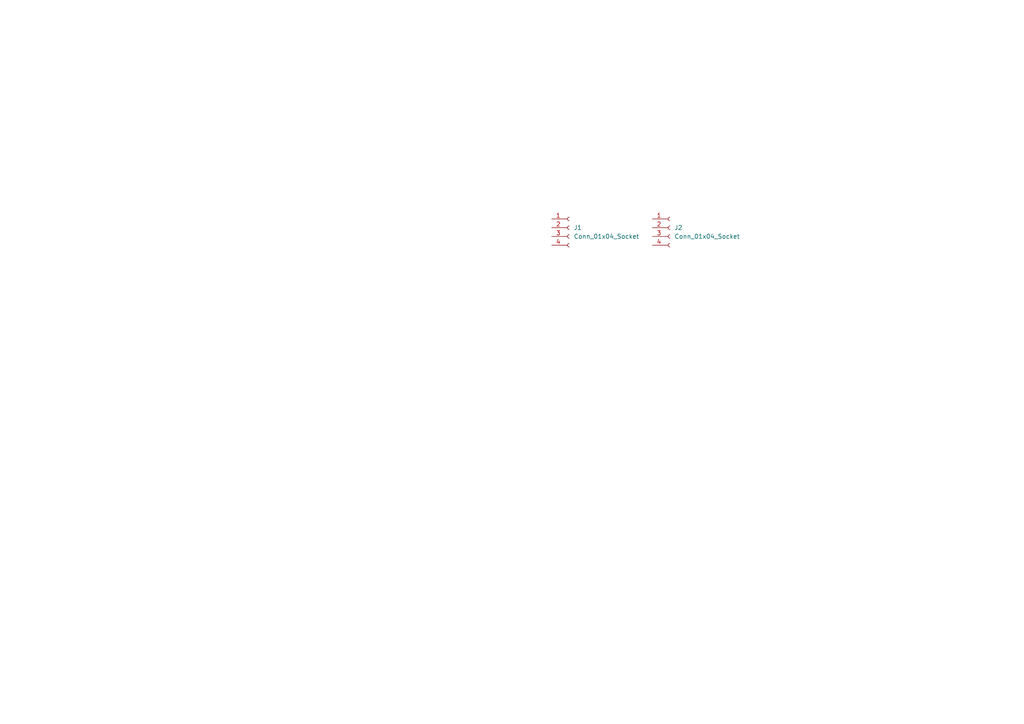
<source format=kicad_sch>
(kicad_sch (version 20231120) (generator "eeschema") (generator_version "8.0")
  (paper "A4")
  (lib_symbols
    (symbol "Connector:Conn_01x04_Socket" (pin_names (offset 1.016) hide)
      (property "Reference" "J" (at 0 5.08 0))
      (property "Value" "Conn_01x04_Socket" (at 0 -7.62 0))
      (symbol "Conn_01x04_Socket_1_1"
        (arc (start 0 -4.572) (mid -0.5058 -5.08) (end 0 -5.588) (stroke (width 0.1524)))
        (arc (start 0 -2.032) (mid -0.5058 -2.54) (end 0 -3.048) (stroke (width 0.1524)))
        (polyline (pts (xy -1.27 -5.08) (xy -0.508 -5.08)) (stroke (width 0.1524)))
        (polyline (pts (xy -1.27 -2.54) (xy -0.508 -2.54)) (stroke (width 0.1524)))
        (polyline (pts (xy -1.27 0) (xy -0.508 0)) (stroke (width 0.1524)))
        (polyline (pts (xy -1.27 2.54) (xy -0.508 2.54)) (stroke (width 0.1524)))
        (arc (start 0 0.508) (mid -0.5058 0) (end 0 -0.508) (stroke (width 0.1524)))
        (arc (start 0 3.048) (mid -0.5058 2.54) (end 0 2.032) (stroke (width 0.1524)))
        (pin passive line (at -5.08 2.54 0) (length 3.81) (name "Pin_1") (number "1"))
        (pin passive line (at -5.08 0 0) (length 3.81) (name "Pin_2") (number "2"))
        (pin passive line (at -5.08 -2.54 0) (length 3.81) (name "Pin_3") (number "3"))
        (pin passive line (at -5.08 -5.08 0) (length 3.81) (name "Pin_4") (number "4"))
      )
    )
  )
  (symbol (lib_id "Connector:Conn_01x04_Socket") (at 194.31 66.04 0) (unit 1)
    (property "Reference" "J2" (at 195.58 66.0399 0) (effects (justify left)))
    (property "Value" "Conn_01x04_Socket" (at 195.58 68.5799 0) (effects (justify left)))
    (property "Footprint" "Connector_PinSocket_2.54mm:PinSocket_1x04_P2.54mm_Vertical_SMD_Pin1Left" (effects (hide yes)))
    (property "Description" "Generic connector, single row, 01x04, script generated" (effects (hide yes)))
  )
  (symbol (lib_id "Connector:Conn_01x04_Socket") (at 165.1 66.04 0) (unit 1)
    (property "Reference" "J1" (at 166.37 66.0399 0) (effects (justify left)))
    (property "Value" "Conn_01x04_Socket" (at 166.37 68.5799 0) (effects (justify left)))
    (property "Footprint" "Connector_PinSocket_2.54mm:PinSocket_1x04_P2.54mm_Vertical_SMD_Pin1Left" (effects (hide yes)))
    (property "Description" "Generic connector, single row, 01x04, script generated" (effects (hide yes)))
  )
)
</source>
